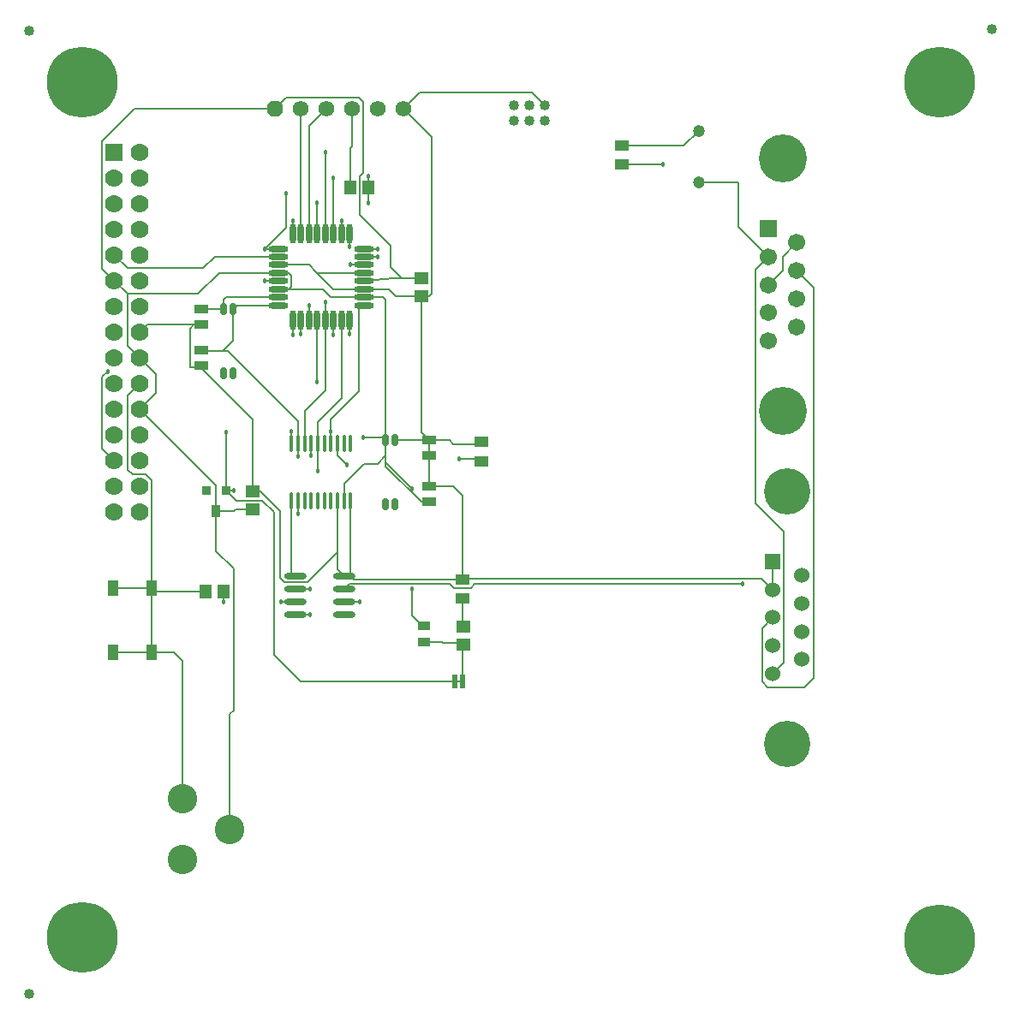
<source format=gtl>
%FSTAX23Y23*%
%MOIN*%
%SFA1B1*%

%IPPOS*%
%AMD14*
4,1,8,0.012000,-0.017500,0.012000,0.017500,0.006000,0.023500,-0.006000,0.023500,-0.012000,0.017500,-0.012000,-0.017500,-0.006000,-0.023500,0.006000,-0.023500,0.012000,-0.017500,0.0*
1,1,0.012000,0.006000,-0.017500*
1,1,0.012000,0.006000,0.017500*
1,1,0.012000,-0.006000,0.017500*
1,1,0.012000,-0.006000,-0.017500*
%
%AMD36*
4,1,8,0.015500,0.031000,-0.015500,0.031000,-0.031000,0.015500,-0.031000,-0.015500,-0.015500,-0.031000,0.015500,-0.031000,0.031000,-0.015500,0.031000,0.015500,0.015500,0.031000,0.0*
%
%ADD10C,0.040000*%
%ADD11R,0.057000X0.045000*%
%ADD12R,0.045000X0.057000*%
%ADD13R,0.053000X0.037000*%
G04~CAMADD=14~8~0.0~0.0~470.0~240.0~60.0~0.0~15~0.0~0.0~0.0~0.0~0~0.0~0.0~0.0~0.0~0~0.0~0.0~0.0~270.0~240.0~470.0*
%ADD14D14*%
%ADD15O,0.077000X0.024000*%
%ADD16O,0.024000X0.077000*%
%ADD17O,0.087000X0.024000*%
%ADD18R,0.020000X0.055000*%
%ADD19R,0.040000X0.060000*%
%ADD20O,0.014000X0.067000*%
%ADD21R,0.055000X0.041000*%
%ADD22R,0.051000X0.033000*%
%ADD23R,0.036000X0.050000*%
%ADD24R,0.036000X0.036000*%
%ADD25C,0.008000*%
%ADD26C,0.276000*%
%ADD27C,0.115000*%
%ADD28C,0.180000*%
%ADD29C,0.060000*%
%ADD30R,0.060000X0.060000*%
%ADD31C,0.070000*%
%ADD32R,0.070000X0.070000*%
%ADD33C,0.067000*%
%ADD34R,0.067000X0.067000*%
%ADD35C,0.187000*%
G04~CAMADD=36~4~0.0~0.0~620.0~620.0~0.0~155.0~0~0.0~0.0~0.0~0.0~0~0.0~0.0~0.0~0.0~0~0.0~0.0~0.0~0.0~620.0~620.0*
%ADD36D36*%
%ADD37C,0.062000*%
%ADD38C,0.047000*%
%ADD39C,0.018000*%
%LNit-1_spacesystems_cdh_subsystemscan-1*%
%LPD*%
G54D10*
X02095Y0309D03*
X0584Y06845D03*
X02095Y0684D03*
X0404Y0655D03*
X041D03*
Y0649D03*
X0404D03*
X0398D03*
Y0655D03*
G54D11*
X02965Y04975D03*
Y05045D03*
X03785Y0452D03*
Y0445D03*
X0362Y05875D03*
Y05805D03*
G54D12*
X0285Y04655D03*
X0278D03*
X03415Y0623D03*
X03345D03*
G54D13*
X0365Y05066D03*
Y05004D03*
Y05246D03*
Y05184D03*
X02765Y05534D03*
Y05596D03*
Y05694D03*
Y05756D03*
G54D14*
X02888Y05506D03*
X02852D03*
Y05754D03*
X02888D03*
X03518Y04996D03*
X03482D03*
Y05244D03*
X03518D03*
G54D15*
X03063Y0599D03*
Y05959D03*
Y05927D03*
Y05896D03*
Y05864D03*
Y05833D03*
Y05801D03*
Y0577D03*
X03397D03*
Y05801D03*
Y05833D03*
Y05864D03*
Y05896D03*
Y05927D03*
Y05959D03*
Y0599D03*
G54D16*
X0312Y05713D03*
X03151D03*
X03183D03*
X03214D03*
X03246D03*
X03277D03*
X03309D03*
X0334D03*
Y06047D03*
X03309D03*
X03277D03*
X03246D03*
X03214D03*
X03183D03*
X03151D03*
X0312D03*
G54D17*
X03131Y04715D03*
Y04665D03*
Y04615D03*
Y04565D03*
X03319Y04715D03*
Y04665D03*
Y04615D03*
Y04565D03*
G54D18*
X0375Y04305D03*
X0378D03*
G54D19*
X0242Y0467D03*
X0257D03*
Y0442D03*
X0242D03*
G54D20*
X03115Y05008D03*
X0314D03*
X03166D03*
X03192D03*
X03217D03*
X03243D03*
X03268D03*
X03294D03*
X0332D03*
X03345D03*
X03115Y05232D03*
X0314D03*
X03166D03*
X03192D03*
X03217D03*
X03243D03*
X03268D03*
X03294D03*
X0332D03*
X03345D03*
G54D21*
X03855Y05237D03*
Y05163D03*
X0378Y04702D03*
Y04628D03*
X044Y06318D03*
Y06392D03*
G54D22*
X0363Y04523D03*
Y04457D03*
G54D23*
X02822Y0497D03*
G54D24*
X02785Y0505D03*
X0286D03*
G54D25*
X047Y0625D02*
X04855D01*
Y06074D02*
Y0625D01*
Y06074D02*
X0497Y05959D01*
X03731Y04686D02*
X03747Y0467D01*
X03319Y04665D02*
X0334Y04686D01*
X03731*
X03585Y04563D02*
Y04665D01*
Y04563D02*
X03625Y04523D01*
X03345Y04715D02*
X03358Y04702D01*
X04944Y04706D02*
X04988Y04662D01*
X03784Y04706D02*
X04944D01*
X0378Y04702D02*
X03784Y04706D01*
X03813Y0467D02*
X03828Y04685D01*
X0487*
X03747Y0467D02*
X03813D01*
X03545Y05875D02*
X0362D01*
X03514D02*
X03545D01*
X03482Y05142D02*
X03621Y05004D01*
X03482Y05256D02*
Y05791D01*
Y05158D02*
Y05184D01*
Y05142D02*
Y05158D01*
X03395Y05256D02*
X03482D01*
X03115Y05232D02*
Y0528D01*
X03104Y05833D02*
X03236D01*
X03063D02*
X03104D01*
X03115Y04715D02*
Y05008D01*
X02848Y05591D02*
X02868D01*
X0276D02*
X02848D01*
X03377Y05434D02*
Y0577D01*
X03268Y0528D02*
Y05325D01*
X03345Y04715D02*
Y05008D01*
X03294Y04741D02*
Y04809D01*
X03214Y05896D02*
X03277Y05833D01*
X03183Y05927D02*
X03214Y05896D01*
X02554Y05694D02*
X02735D01*
X0257Y04655D02*
X0278D01*
X0257D02*
Y0467D01*
X03073Y04615D02*
X03131D01*
X0285Y04614D02*
Y04655D01*
X044Y06392D02*
X04642D01*
X047Y0645*
X0335Y06388D02*
Y06535D01*
X03345Y06383D02*
X0335Y06388D01*
X03345Y0623D02*
Y06383D01*
X03621Y05004D02*
X0365D01*
X03482Y05158D02*
X03585Y05055D01*
X0332Y05008D02*
Y05074D01*
X03398Y05152*
X0345*
X03482Y05184*
Y05244*
X03397Y05864D02*
X03514Y05875D01*
X02425Y05865D02*
X02476Y05814D01*
X02478Y05612*
X02525Y05565*
X02834Y05896D02*
X03063D01*
X02752Y05814D02*
X02834Y05896D01*
X02476Y05814D02*
X02752D01*
X02378Y05912D02*
X02425Y05865D01*
X02378Y05912D02*
Y06408D01*
X02505Y06535*
X0305*
X04946Y04511D02*
X04988Y04554D01*
X04946Y04304D02*
Y04511D01*
Y04304D02*
X04967Y04283D01*
X05109*
X05146Y0432*
Y0584*
X05082Y05905D02*
X05146Y0584D01*
X0315Y04305D02*
X0375D01*
X03046Y04409D02*
X0315Y04305D01*
X03046Y04409D02*
Y04965D01*
X03001Y0501D02*
X03046Y04965D01*
X029Y0501D02*
X03001D01*
X0286Y0505D02*
X029Y0501D01*
X03415Y0623D02*
Y06273D01*
X02868Y05591D02*
X0314Y05319D01*
Y05232D02*
Y05319D01*
X0286Y0505D02*
Y05274D01*
X02903Y0577D02*
X03063D01*
X02888Y05754D02*
X02903Y0577D01*
X03268Y05325D02*
X03377Y05434D01*
Y0577D02*
X03397D01*
X03192Y05186D02*
Y05232D01*
X03294Y04809D02*
Y05008D01*
X03176Y04691D02*
X03294Y04809D01*
X03088Y04691D02*
X03176D01*
X03072Y04707D02*
X03088Y04691D01*
X03072Y04707D02*
Y04968D01*
X02994Y05045D02*
X03072Y04968D01*
X02965Y05045D02*
X02994D01*
X03294Y04741D02*
X03319Y04715D01*
X0257Y0442D02*
X02656D01*
X0269Y04386*
Y03848D02*
Y04386D01*
X02525Y05665D02*
X02554Y05694D01*
X0362Y05276D02*
Y05805D01*
Y05276D02*
X0365Y05246D01*
X02816Y05959D02*
X03063D01*
X02771Y05914D02*
X02816Y05959D01*
X02476Y05914D02*
X02771D01*
X02425Y05965D02*
X02476Y05914D01*
X02378Y05212D02*
X02425Y05165D01*
X02378Y05212D02*
Y05491D01*
X024Y05513*
X03183Y05713D02*
Y05769D01*
X03214Y05471D02*
Y05713D01*
X03277Y05656D02*
Y05713D01*
X03309Y061D02*
D01*
Y06047D02*
Y061D01*
X03183Y06047D02*
Y06468D01*
X0325Y06535*
X0334Y05997D02*
D01*
Y06047*
X03151Y0566D02*
Y05713D01*
Y0566D02*
D01*
X03472Y05801D02*
X03482Y05791D01*
X03397Y05801D02*
X03472D01*
X0334Y0566D02*
Y05713D01*
X03482Y05244D02*
Y05256D01*
X03115Y0528D02*
D01*
X03268D02*
D01*
Y05232D02*
Y0528D01*
X03217Y05232D02*
Y05316D01*
X03309Y05408*
Y05713*
X03063Y05927D02*
X03183D01*
X03277Y05833D02*
X03397D01*
X03246Y0544D02*
Y05713D01*
X03166Y0536D02*
X03246Y0544D01*
X03166Y05232D02*
Y0536D01*
X0314Y05181D02*
Y05232D01*
X0286Y0505D02*
X02892D01*
X02525Y05365D02*
X02588Y05428D01*
Y05502*
X02525Y05565D02*
X02588Y05502D01*
X03236Y05833D02*
X03268Y05801D01*
X03397*
X0301Y05864D02*
X03063D01*
X03246Y05781D02*
D01*
Y05713D02*
Y05781D01*
X03214Y05896D02*
X03397D01*
Y05959D02*
X0345D01*
X03345Y05927D02*
D01*
X03397*
X0312Y061D02*
D01*
Y06047D02*
Y061D01*
X03246Y06047D02*
Y06365D01*
X0345Y0599D02*
D01*
X03397D02*
X0345D01*
X03277Y06047D02*
Y06265D01*
X03217Y05124D02*
Y05232D01*
Y05124D02*
D01*
X0257Y0467D02*
Y04949D01*
X02572Y04951*
Y05088*
X02548Y05112D02*
X02572Y05088D01*
X02496Y05112D02*
X02548D01*
X02478Y0513D02*
X02496Y05112D01*
X02478Y0513D02*
Y05418D01*
X02525Y05465*
X04051Y06599D02*
X041Y0655D01*
X03614Y06599D02*
X04051D01*
X0355Y06535D02*
X03614Y06599D01*
X0378Y04702D02*
Y0503D01*
X03744Y05066D02*
X0378Y0503D01*
X0365Y05066D02*
X03744D01*
X03294Y05185D02*
Y05232D01*
Y05185D02*
X0333Y05149D01*
X03093Y06073D02*
Y06204D01*
X0301Y0599D02*
X03093Y06073D01*
X0301Y0599D02*
X03063D01*
X02965Y05045D02*
Y05324D01*
X0276Y05529D02*
X02965Y05324D01*
X03415Y0617D02*
Y0623D01*
X03214Y06047D02*
Y0617D01*
X02875Y0373D02*
Y04177D01*
X0289Y04192*
Y04744*
X02822Y04812D02*
X0289Y04744D01*
X02822Y04812D02*
Y0497D01*
X0314Y0496D02*
Y05008D01*
Y0496D02*
D01*
X03131Y04565D02*
X03188D01*
X03768Y05173D02*
X03855D01*
X03131Y04665D02*
X03188D01*
X03319Y04615D02*
X0338D01*
X0305Y06535D02*
X03093Y06578D01*
X03376*
X03393Y06561*
Y06284D02*
Y06561D01*
X0338Y06271D02*
X03393Y06284D01*
X0338Y06122D02*
Y06271D01*
Y06122D02*
X035Y06002D01*
Y0592D02*
Y06002D01*
Y0592D02*
X03545Y05875D01*
X03522Y05805D02*
X0362D01*
X03494Y05833D02*
X03522Y05805D01*
X03397Y05833D02*
X03494D01*
X02822Y0497D02*
Y05068D01*
X02525Y05365D02*
X02822Y05068D01*
X02862Y05801D02*
X03063D01*
X02852Y05792D02*
X02862Y05801D01*
X02852Y05754D02*
Y05792D01*
X0492Y05909D02*
X0497Y05959D01*
X0492Y05D02*
Y05909D01*
Y05D02*
X0503Y0489D01*
Y04378D02*
Y0489D01*
X04988Y04335D02*
X0503Y04378D01*
X0362Y05805D02*
X0365D01*
X03661Y05816*
Y06424*
X0355Y06535D02*
X03661Y06424D01*
X03319Y04715D02*
X03345D01*
X03104Y05833D02*
X03114Y05843D01*
Y05886*
X03104Y05896D02*
X03114Y05886D01*
X03063Y05896D02*
X03104D01*
X02848Y05591D02*
X02888Y05631D01*
Y05754*
X05026Y05958D02*
X05082Y06014D01*
X05026Y05906D02*
Y05958D01*
X0497Y0585D02*
X05026Y05906D01*
X044Y06318D02*
X04561D01*
X03115Y04715D02*
X03131D01*
X02735Y05694D02*
X02765D01*
X02721Y0568D02*
X02735Y05694D01*
X02721Y05529D02*
Y0568D01*
Y05529D02*
X0276D01*
X0378Y04525D02*
Y04628D01*
X02896Y04975D02*
X02965D01*
X02891Y0497D02*
X02896Y04975D01*
X02822Y0497D02*
X02891D01*
X03703Y04455D02*
X0378D01*
X03701Y04457D02*
X03703Y04455D01*
X03625Y04457D02*
X03701D01*
X0378Y04305D02*
Y04455D01*
X0375Y04305D02*
X0378D01*
X04988Y04662D02*
Y04772D01*
X0365Y05066D02*
Y05184D01*
Y05246D02*
X03729D01*
X0352D02*
X0365D01*
Y05184D02*
Y05246D01*
X03358Y04702D02*
X0378D01*
X0242Y0467D02*
X0257D01*
Y0442D02*
Y04655D01*
X0242Y0442D02*
X0257D01*
X0315Y06291D02*
Y06535D01*
Y06291D02*
X03151Y0629D01*
Y06047D02*
Y0629D01*
X02765Y05756D02*
X0285D01*
X02852Y05754*
X0312Y05713D02*
Y05712D01*
Y05655D02*
Y05712D01*
X03768Y05173D02*
D01*
X03518Y05244D02*
X0352Y05246D01*
X03729D02*
X03745Y0523D01*
X03855*
G54D26*
X023Y0331D03*
Y06637D03*
X05637Y033D03*
Y06637D03*
G54D27*
X02875Y0373D03*
X0269Y03612D03*
Y03848D03*
G54D28*
X05044Y05045D03*
Y04062D03*
G54D29*
X04988Y04335D03*
Y04444D03*
Y04554D03*
Y04662D03*
X051Y04391D03*
Y04499D03*
Y04609D03*
Y04718D03*
G54D30*
X04988Y04772D03*
G54D31*
X02525Y04965D03*
Y05065D03*
Y05165D03*
Y05265D03*
Y05365D03*
Y05465D03*
Y05565D03*
Y05665D03*
Y05765D03*
Y05865D03*
Y05965D03*
Y06065D03*
Y06165D03*
Y06265D03*
Y06365D03*
X02425Y04965D03*
Y05065D03*
Y05165D03*
Y05265D03*
Y05365D03*
Y05465D03*
Y05565D03*
Y05665D03*
Y05765D03*
Y05865D03*
Y05965D03*
Y06065D03*
Y06165D03*
Y06265D03*
G54D32*
X02425Y06365D03*
G54D33*
X0497Y05632D03*
X05082Y05686D03*
X0497Y05741D03*
X05082Y05795D03*
X0497Y0585D03*
X05082Y05905D03*
X0497Y05959D03*
X05082Y06014D03*
G54D34*
X0497Y06068D03*
G54D35*
X05026Y06342D03*
Y05358D03*
G54D36*
X0305Y06535D03*
G54D37*
X0315Y06535D03*
X0325D03*
X0335D03*
X0345D03*
X0355D03*
G54D38*
X047Y0625D03*
Y0645D03*
G54D39*
X03585Y04665D03*
X0487Y04685D03*
X03073Y04615D03*
X0285Y04614D03*
X03585Y05055D03*
X03415Y06273D03*
X0286Y05274D03*
X03415Y0617D03*
X024Y05513D03*
X03183Y05769D03*
X03214Y05471D03*
X03277Y05656D03*
X03309Y061D03*
X0334Y05997D03*
X03151Y0566D03*
X0334D03*
X03192Y05186D03*
X03395Y05256D03*
X03115Y0528D03*
X03268D03*
X0314Y05181D03*
X02892Y0505D03*
X0301Y05864D03*
X03246Y05781D03*
X0345Y05959D03*
X03345Y05927D03*
X0312Y061D03*
X03246Y06365D03*
X0345Y0599D03*
X03277Y06265D03*
X03217Y05124D03*
X0333Y05149D03*
X03093Y06204D03*
X0301Y0599D03*
X03214Y0617D03*
X0314Y0496D03*
X03188Y04565D03*
Y04665D03*
X0338Y04615D03*
X04561Y06318D03*
X0312Y05655D03*
X03768Y05173D03*
M02*
</source>
